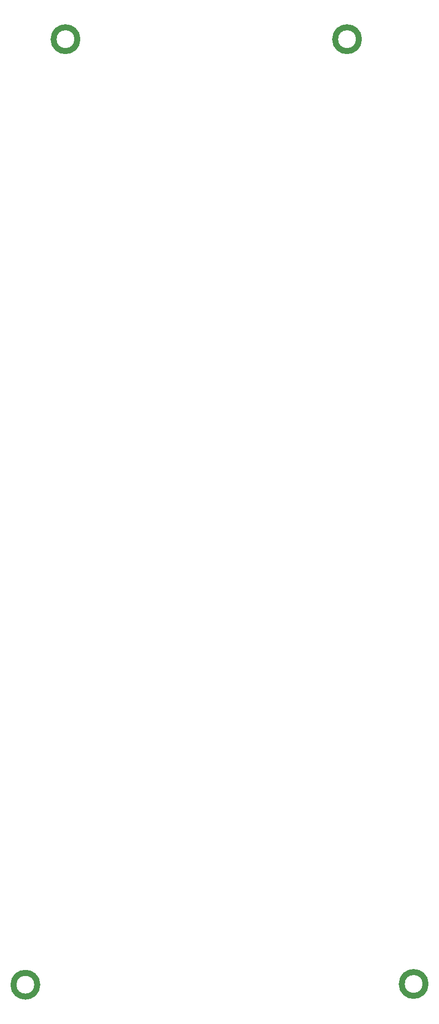
<source format=gbr>
%TF.GenerationSoftware,Altium Limited,Altium Designer,19.1.5 (86)*%
G04 Layer_Color=16711935*
%FSLAX26Y26*%
%MOIN*%
%TF.FileFunction,Keep-out,Top*%
%TF.Part,Single*%
G01*
G75*
%TA.AperFunction,NonConductor*%
%ADD110C,0.039370*%
D110*
X4773740Y7250000D02*
G03*
X4773740Y7250000I-78740J0D01*
G01*
X2913740D02*
G03*
X2913740Y7250000I-78740J0D01*
G01*
X5213740Y1010000D02*
G03*
X5213740Y1010000I-78740J0D01*
G01*
X2648740Y1005000D02*
G03*
X2648740Y1005000I-78740J0D01*
G01*
%TF.MD5,2cdaa8750cd54dcf23f4f31ece55bc84*%
M02*

</source>
